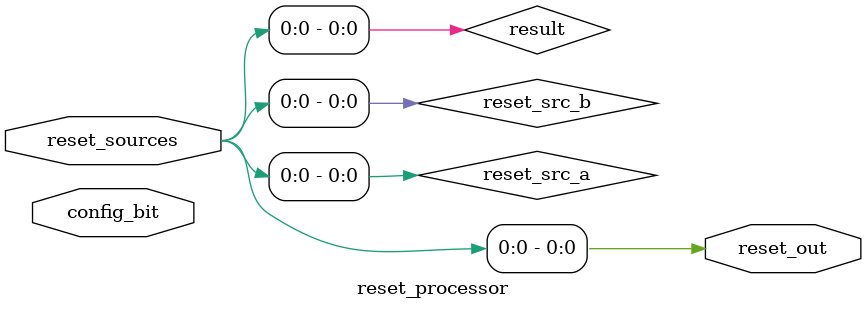
<source format=sv>
module reset_logic_network (
    input  wire [3:0] reset_sources,
    input  wire [3:0] config_bits,
    output reg  [3:0] reset_outputs
);
    // Internal signals for connecting the submodules
    wire reset_out_0, reset_out_1, reset_out_2, reset_out_3;
    
    // Assign processed outputs to the output register
    always @(*) begin
        reset_outputs[0] = reset_out_0;
        reset_outputs[1] = reset_out_1;
        reset_outputs[2] = reset_out_2;
        reset_outputs[3] = reset_out_3;
    end
    
    // Instantiate reset processing modules
    reset_processor #(
        .SOURCE_IDX_A(0),
        .SOURCE_IDX_B(1)
    ) proc_0 (
        .reset_sources(reset_sources),
        .config_bit(config_bits[0]),
        .reset_out(reset_out_0)
    );
    
    reset_processor #(
        .SOURCE_IDX_A(1),
        .SOURCE_IDX_B(2)
    ) proc_1 (
        .reset_sources(reset_sources),
        .config_bit(config_bits[1]),
        .reset_out(reset_out_1)
    );
    
    reset_processor #(
        .SOURCE_IDX_A(2),
        .SOURCE_IDX_B(3)
    ) proc_2 (
        .reset_sources(reset_sources),
        .config_bit(config_bits[2]),
        .reset_out(reset_out_2)
    );
    
    reset_processor #(
        .SOURCE_IDX_A(3),
        .SOURCE_IDX_B(0)
    ) proc_3 (
        .reset_sources(reset_sources),
        .config_bit(config_bits[3]),
        .reset_out(reset_out_3)
    );
    
endmodule

// Parameterized reset processing submodule
// Handles a single reset output based on two configurable reset sources
module reset_processor #(
    parameter SOURCE_IDX_A = 0,
    parameter SOURCE_IDX_B = 0
)(
    input  wire [3:0] reset_sources,
    input  wire       config_bit,
    output wire       reset_out
);
    // Internal signals for better readability and timing closure
    wire reset_src_a;
    wire reset_src_b;
    reg  result;
    
    // Select the specific reset sources based on parameters
    assign reset_src_a = reset_sources[SOURCE_IDX_A];
    assign reset_src_b = reset_sources[SOURCE_IDX_B];
    
    // Process reset signals based on configuration
    always @(*) begin
        if (config_bit)
            result = reset_src_a & reset_src_b; // AND operation when config bit is set
        else
            result = reset_src_a | reset_src_b; // OR operation when config bit is clear
    end
    
    // Drive the output
    assign reset_out = result;
    
endmodule
</source>
